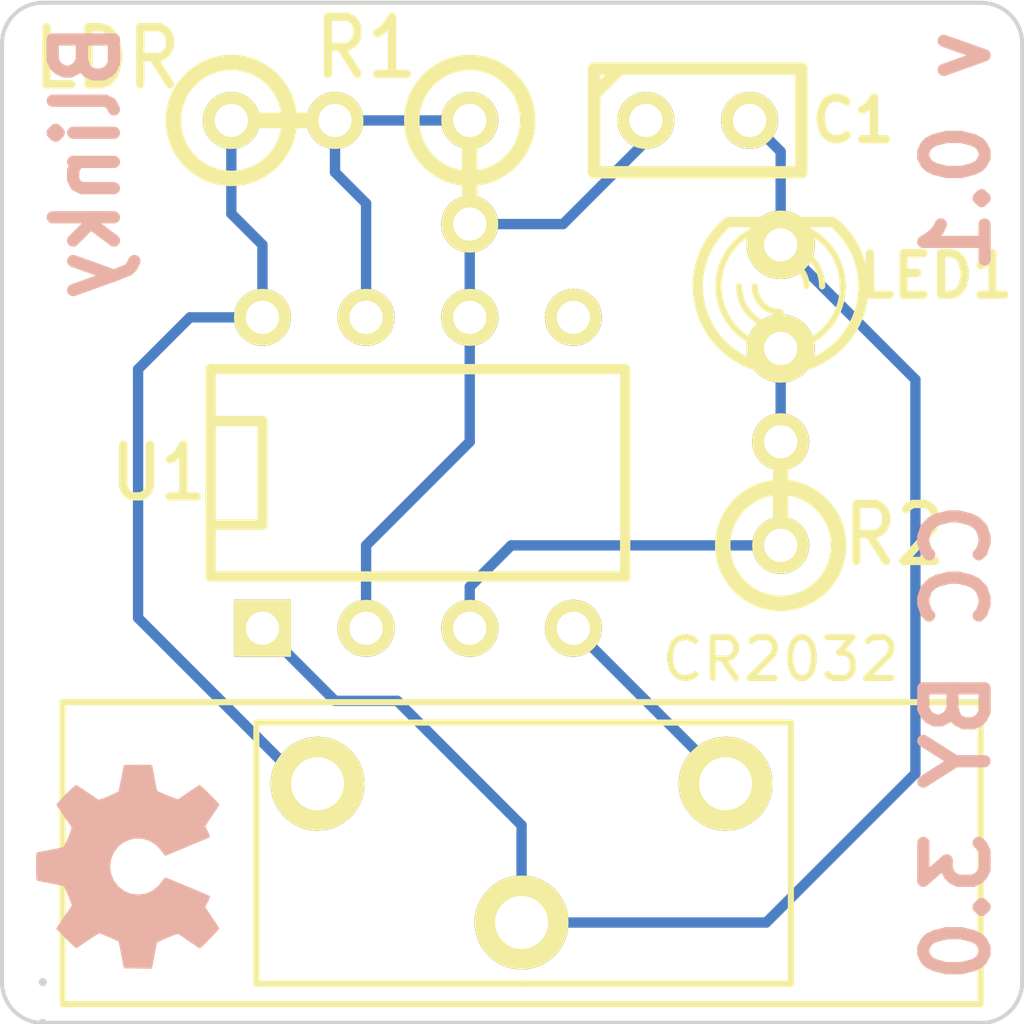
<source format=kicad_pcb>
(kicad_pcb (version 3) (host pcbnew "(2013-05-31 BZR 4019)-stable")

  (general
    (links 14)
    (no_connects 1)
    (area 127.556857 84.7344 156.014286 110.050001)
    (thickness 1.6)
    (drawings 13)
    (tracks 35)
    (zones 0)
    (modules 8)
    (nets 7)
  )

  (page A4)
  (layers
    (15 F.Cu signal)
    (0 B.Cu signal)
    (16 B.Adhes user)
    (17 F.Adhes user)
    (18 B.Paste user)
    (19 F.Paste user)
    (20 B.SilkS user)
    (21 F.SilkS user)
    (22 B.Mask user)
    (23 F.Mask user)
    (24 Dwgs.User user)
    (25 Cmts.User user)
    (26 Eco1.User user)
    (27 Eco2.User user)
    (28 Edge.Cuts user)
  )

  (setup
    (last_trace_width 0.254)
    (trace_clearance 0.254)
    (zone_clearance 0.508)
    (zone_45_only no)
    (trace_min 0.254)
    (segment_width 0.2)
    (edge_width 0.1)
    (via_size 0.889)
    (via_drill 0.635)
    (via_min_size 0.889)
    (via_min_drill 0.508)
    (uvia_size 0.508)
    (uvia_drill 0.127)
    (uvias_allowed no)
    (uvia_min_size 0.508)
    (uvia_min_drill 0.127)
    (pcb_text_width 0.3)
    (pcb_text_size 1.5 1.5)
    (mod_edge_width 0.15)
    (mod_text_size 1 1)
    (mod_text_width 0.15)
    (pad_size 2.3 2.3)
    (pad_drill 1.3)
    (pad_to_mask_clearance 0)
    (aux_axis_origin 0 0)
    (visible_elements 7FFFFFFF)
    (pcbplotparams
      (layerselection 284196865)
      (usegerberextensions true)
      (excludeedgelayer true)
      (linewidth 0.150000)
      (plotframeref false)
      (viasonmask false)
      (mode 1)
      (useauxorigin false)
      (hpglpennumber 1)
      (hpglpenspeed 20)
      (hpglpendiameter 15)
      (hpglpenoverlay 2)
      (psnegative false)
      (psa4output false)
      (plotreference true)
      (plotvalue true)
      (plotothertext true)
      (plotinvisibletext false)
      (padsonsilk false)
      (subtractmaskfromsilk false)
      (outputformat 1)
      (mirror false)
      (drillshape 0)
      (scaleselection 1)
      (outputdirectory Gerbers/))
  )

  (net 0 "")
  (net 1 GND)
  (net 2 N-000002)
  (net 3 N-000004)
  (net 4 N-000006)
  (net 5 N-000007)
  (net 6 VCC)

  (net_class Default "This is the default net class."
    (clearance 0.254)
    (trace_width 0.254)
    (via_dia 0.889)
    (via_drill 0.635)
    (uvia_dia 0.508)
    (uvia_drill 0.127)
    (add_net "")
    (add_net GND)
    (add_net N-000002)
    (add_net N-000004)
    (add_net N-000006)
    (add_net N-000007)
    (add_net VCC)
  )

  (module OSHW_LOGO (layer B.Cu) (tedit 0) (tstamp 525E7C8C)
    (at 132.08 106.172 90)
    (fp_text reference G*** (at 0 -2.65176 90) (layer B.SilkS) hide
      (effects (font (size 0.22606 0.22606) (thickness 0.04318)) (justify mirror))
    )
    (fp_text value LOGO (at 0 2.65176 90) (layer B.SilkS) hide
      (effects (font (size 0.22606 0.22606) (thickness 0.04318)) (justify mirror))
    )
    (fp_poly (pts (xy -1.51384 2.24536) (xy -1.48844 2.23012) (xy -1.43002 2.19456) (xy -1.3462 2.13868)
      (xy -1.24714 2.07264) (xy -1.14808 2.0066) (xy -1.0668 1.95326) (xy -1.01092 1.91516)
      (xy -0.98552 1.90246) (xy -0.97282 1.90754) (xy -0.9271 1.9304) (xy -0.85852 1.96596)
      (xy -0.81788 1.98628) (xy -0.75692 2.01168) (xy -0.7239 2.0193) (xy -0.71882 2.00914)
      (xy -0.69596 1.96088) (xy -0.6604 1.8796) (xy -0.61468 1.77038) (xy -0.5588 1.64338)
      (xy -0.50292 1.50876) (xy -0.4445 1.36906) (xy -0.38862 1.23444) (xy -0.34036 1.11506)
      (xy -0.29972 1.01854) (xy -0.27432 0.94996) (xy -0.26416 0.92202) (xy -0.2667 0.9144)
      (xy -0.29972 0.88392) (xy -0.35306 0.84328) (xy -0.47244 0.74676) (xy -0.58928 0.60198)
      (xy -0.6604 0.43688) (xy -0.68326 0.25146) (xy -0.66294 0.08128) (xy -0.5969 -0.08128)
      (xy -0.4826 -0.2286) (xy -0.3429 -0.33782) (xy -0.18034 -0.4064) (xy 0 -0.42926)
      (xy 0.17272 -0.40894) (xy 0.34036 -0.3429) (xy 0.48768 -0.23114) (xy 0.55118 -0.16002)
      (xy 0.63754 -0.01016) (xy 0.6858 0.14732) (xy 0.69088 0.18796) (xy 0.68326 0.36322)
      (xy 0.63246 0.5334) (xy 0.53848 0.68326) (xy 0.40894 0.80772) (xy 0.3937 0.81788)
      (xy 0.33528 0.8636) (xy 0.29464 0.89408) (xy 0.26416 0.91948) (xy 0.48768 1.45796)
      (xy 0.52324 1.54178) (xy 0.5842 1.6891) (xy 0.63754 1.8161) (xy 0.68072 1.9177)
      (xy 0.7112 1.98374) (xy 0.7239 2.01168) (xy 0.7239 2.01422) (xy 0.74422 2.01676)
      (xy 0.78486 2.00152) (xy 0.86106 1.96596) (xy 0.90932 1.94056) (xy 0.96774 1.91262)
      (xy 0.99314 1.90246) (xy 1.016 1.91516) (xy 1.06934 1.95072) (xy 1.15062 2.00406)
      (xy 1.24714 2.06756) (xy 1.33858 2.13106) (xy 1.4224 2.18694) (xy 1.48336 2.22504)
      (xy 1.51384 2.24282) (xy 1.51892 2.24282) (xy 1.54432 2.22758) (xy 1.59258 2.18694)
      (xy 1.66624 2.11836) (xy 1.77038 2.01422) (xy 1.78562 1.99898) (xy 1.87198 1.91262)
      (xy 1.94056 1.83896) (xy 1.98628 1.78816) (xy 2.00406 1.7653) (xy 2.00406 1.7653)
      (xy 1.98882 1.73482) (xy 1.95072 1.67386) (xy 1.89484 1.5875) (xy 1.82626 1.48844)
      (xy 1.64846 1.22936) (xy 1.74498 0.98552) (xy 1.77546 0.90932) (xy 1.81356 0.82042)
      (xy 1.8415 0.75438) (xy 1.85674 0.72644) (xy 1.88214 0.71628) (xy 1.95072 0.70104)
      (xy 2.04724 0.68072) (xy 2.16154 0.6604) (xy 2.2733 0.64008) (xy 2.37236 0.61976)
      (xy 2.44348 0.60706) (xy 2.4765 0.59944) (xy 2.48412 0.59436) (xy 2.49174 0.57912)
      (xy 2.49428 0.5461) (xy 2.49682 0.48514) (xy 2.49936 0.39116) (xy 2.49936 0.25146)
      (xy 2.49936 0.23622) (xy 2.49682 0.10668) (xy 2.49428 0) (xy 2.49174 -0.06604)
      (xy 2.48666 -0.09398) (xy 2.48666 -0.09398) (xy 2.45618 -0.1016) (xy 2.38506 -0.11684)
      (xy 2.286 -0.13462) (xy 2.16662 -0.15748) (xy 2.159 -0.16002) (xy 2.04216 -0.18288)
      (xy 1.9431 -0.2032) (xy 1.87198 -0.21844) (xy 1.84404 -0.2286) (xy 1.83642 -0.23622)
      (xy 1.81356 -0.28194) (xy 1.78054 -0.3556) (xy 1.7399 -0.4445) (xy 1.7018 -0.53848)
      (xy 1.66878 -0.6223) (xy 1.64592 -0.68326) (xy 1.6383 -0.7112) (xy 1.64084 -0.71374)
      (xy 1.65862 -0.74168) (xy 1.69926 -0.80264) (xy 1.75514 -0.88646) (xy 1.82372 -0.98806)
      (xy 1.8288 -0.99568) (xy 1.89738 -1.09474) (xy 1.95326 -1.1811) (xy 1.98882 -1.23952)
      (xy 2.00406 -1.26746) (xy 2.00406 -1.27) (xy 1.9812 -1.30048) (xy 1.9304 -1.35636)
      (xy 1.85674 -1.43256) (xy 1.77038 -1.52146) (xy 1.74244 -1.54686) (xy 1.64338 -1.64338)
      (xy 1.57734 -1.70434) (xy 1.53416 -1.73736) (xy 1.51384 -1.74498) (xy 1.51384 -1.74498)
      (xy 1.48336 -1.7272) (xy 1.41986 -1.68656) (xy 1.33604 -1.62814) (xy 1.23444 -1.55956)
      (xy 1.22682 -1.55448) (xy 1.12776 -1.4859) (xy 1.04394 -1.43002) (xy 0.98552 -1.38938)
      (xy 0.95758 -1.37414) (xy 0.95504 -1.37414) (xy 0.9144 -1.38684) (xy 0.84328 -1.41224)
      (xy 0.75438 -1.44526) (xy 0.66294 -1.48336) (xy 0.57912 -1.51892) (xy 0.51562 -1.54686)
      (xy 0.48514 -1.56464) (xy 0.48514 -1.56464) (xy 0.47498 -1.6002) (xy 0.4572 -1.6764)
      (xy 0.43688 -1.778) (xy 0.41148 -1.89992) (xy 0.40894 -1.92024) (xy 0.38608 -2.03962)
      (xy 0.3683 -2.13868) (xy 0.35306 -2.20726) (xy 0.34544 -2.2352) (xy 0.3302 -2.23774)
      (xy 0.27178 -2.24282) (xy 0.18288 -2.24536) (xy 0.07366 -2.24536) (xy -0.0381 -2.24536)
      (xy -0.14732 -2.24282) (xy -0.2413 -2.24028) (xy -0.30988 -2.2352) (xy -0.33782 -2.23012)
      (xy -0.33782 -2.22758) (xy -0.34798 -2.18948) (xy -0.36576 -2.11582) (xy -0.38608 -2.01168)
      (xy -0.40894 -1.88976) (xy -0.41402 -1.8669) (xy -0.43688 -1.75006) (xy -0.4572 -1.651)
      (xy -0.4699 -1.58496) (xy -0.47752 -1.55702) (xy -0.49022 -1.55194) (xy -0.53848 -1.53162)
      (xy -0.61722 -1.4986) (xy -0.71628 -1.45796) (xy -0.94488 -1.36652) (xy -1.22682 -1.55702)
      (xy -1.25222 -1.5748) (xy -1.35382 -1.64338) (xy -1.4351 -1.69926) (xy -1.49352 -1.73736)
      (xy -1.51638 -1.75006) (xy -1.51892 -1.75006) (xy -1.54686 -1.72466) (xy -1.60274 -1.67132)
      (xy -1.67894 -1.59766) (xy -1.76784 -1.5113) (xy -1.83134 -1.44526) (xy -1.91008 -1.36652)
      (xy -1.95834 -1.31318) (xy -1.98628 -1.28016) (xy -1.9939 -1.25984) (xy -1.99136 -1.2446)
      (xy -1.97358 -1.21666) (xy -1.93294 -1.1557) (xy -1.87452 -1.06934) (xy -1.80594 -0.97028)
      (xy -1.75006 -0.88646) (xy -1.6891 -0.79248) (xy -1.651 -0.72644) (xy -1.63576 -0.69342)
      (xy -1.64084 -0.68072) (xy -1.65862 -0.62484) (xy -1.69418 -0.54102) (xy -1.73482 -0.44196)
      (xy -1.83388 -0.22098) (xy -1.97866 -0.19304) (xy -2.06756 -0.17526) (xy -2.18948 -0.1524)
      (xy -2.30886 -0.12954) (xy -2.49174 -0.09398) (xy -2.49936 0.58166) (xy -2.47142 0.59436)
      (xy -2.44348 0.60198) (xy -2.3749 0.61722) (xy -2.27838 0.63754) (xy -2.16154 0.65786)
      (xy -2.06502 0.67564) (xy -1.96596 0.69596) (xy -1.89484 0.70866) (xy -1.86436 0.71628)
      (xy -1.8542 0.72644) (xy -1.83134 0.7747) (xy -1.79578 0.8509) (xy -1.75514 0.94234)
      (xy -1.71704 1.03632) (xy -1.68148 1.12522) (xy -1.65862 1.19126) (xy -1.64846 1.22428)
      (xy -1.66116 1.25222) (xy -1.69926 1.31064) (xy -1.7526 1.39192) (xy -1.82118 1.49098)
      (xy -1.88722 1.5875) (xy -1.94564 1.67132) (xy -1.98374 1.73228) (xy -2.00152 1.76022)
      (xy -1.99136 1.778) (xy -1.95326 1.82626) (xy -1.8796 1.90246) (xy -1.76784 2.01168)
      (xy -1.75006 2.02946) (xy -1.6637 2.11328) (xy -1.59004 2.18186) (xy -1.5367 2.22758)
      (xy -1.51384 2.24536)) (layer B.SilkS) (width 0.00254))
  )

  (module R1 (layer F.Cu) (tedit 525A9387) (tstamp 525A8C29)
    (at 140.462 89.154 270)
    (descr "Resistance verticale")
    (tags R)
    (path /524BDBFF)
    (autoplace_cost90 10)
    (autoplace_cost180 10)
    (fp_text reference R1 (at -3.048 2.54 360) (layer F.SilkS)
      (effects (font (size 1.397 1.27) (thickness 0.2032)))
    )
    (fp_text value 470K (at -1.143 2.54 270) (layer F.SilkS) hide
      (effects (font (size 1.397 1.27) (thickness 0.2032)))
    )
    (fp_line (start -1.27 0) (end 1.27 0) (layer F.SilkS) (width 0.381))
    (fp_circle (center -1.27 0) (end -0.635 1.27) (layer F.SilkS) (width 0.381))
    (pad 1 thru_hole circle (at -1.27 0 270) (size 1.397 1.397) (drill 0.8128)
      (layers *.Cu *.Mask F.SilkS)
      (net 4 N-000006)
    )
    (pad 2 thru_hole circle (at 1.27 0 270) (size 1.397 1.397) (drill 0.8128)
      (layers *.Cu *.Mask F.SilkS)
      (net 2 N-000002)
    )
    (model discret/verti_resistor.wrl
      (at (xyz 0 0 0))
      (scale (xyz 1 1 1))
      (rotate (xyz 0 0 0))
    )
  )

  (module R1 (layer F.Cu) (tedit 525A958E) (tstamp 525A8C31)
    (at 135.89 87.884)
    (descr "Resistance verticale")
    (tags R)
    (path /524BDC5C)
    (autoplace_cost90 10)
    (autoplace_cost180 10)
    (fp_text reference LDR (at -4.318 -1.524) (layer F.SilkS)
      (effects (font (size 1.397 1.27) (thickness 0.2032)))
    )
    (fp_text value VR (at -1.143 2.54) (layer F.SilkS) hide
      (effects (font (size 1.397 1.27) (thickness 0.2032)))
    )
    (fp_line (start -1.27 0) (end 1.27 0) (layer F.SilkS) (width 0.381))
    (fp_circle (center -1.27 0) (end -0.635 1.27) (layer F.SilkS) (width 0.381))
    (pad 1 thru_hole circle (at -1.27 0) (size 1.397 1.397) (drill 0.8128)
      (layers *.Cu *.Mask F.SilkS)
      (net 6 VCC)
    )
    (pad 2 thru_hole circle (at 1.27 0) (size 1.397 1.397) (drill 0.8128)
      (layers *.Cu *.Mask F.SilkS)
      (net 4 N-000006)
    )
    (model discret/verti_resistor.wrl
      (at (xyz 0 0 0))
      (scale (xyz 1 1 1))
      (rotate (xyz 0 0 0))
    )
  )

  (module R1 (layer F.Cu) (tedit 525A939D) (tstamp 525A8C39)
    (at 148.082 97.028 90)
    (descr "Resistance verticale")
    (tags R)
    (path /524C142A)
    (autoplace_cost90 10)
    (autoplace_cost180 10)
    (fp_text reference R2 (at -1.016 2.794 180) (layer F.SilkS)
      (effects (font (size 1.397 1.27) (thickness 0.2032)))
    )
    (fp_text value 1K (at -1.143 2.54 90) (layer F.SilkS) hide
      (effects (font (size 1.397 1.27) (thickness 0.2032)))
    )
    (fp_line (start -1.27 0) (end 1.27 0) (layer F.SilkS) (width 0.381))
    (fp_circle (center -1.27 0) (end -0.635 1.27) (layer F.SilkS) (width 0.381))
    (pad 1 thru_hole circle (at -1.27 0 90) (size 1.397 1.397) (drill 0.8128)
      (layers *.Cu *.Mask F.SilkS)
      (net 3 N-000004)
    )
    (pad 2 thru_hole circle (at 1.27 0 90) (size 1.397 1.397) (drill 0.8128)
      (layers *.Cu *.Mask F.SilkS)
      (net 5 N-000007)
    )
    (model discret/verti_resistor.wrl
      (at (xyz 0 0 0))
      (scale (xyz 1 1 1))
      (rotate (xyz 0 0 0))
    )
  )

  (module LED-3MM (layer F.Cu) (tedit 525A969D) (tstamp 525A8C52)
    (at 148.082 92.202 90)
    (descr "LED 3mm - Lead pitch 100mil (2,54mm)")
    (tags "LED led 3mm 3MM 100mil 2,54mm")
    (path /524C1432)
    (fp_text reference LED1 (at 0.508 3.81 180) (layer F.SilkS)
      (effects (font (size 1.016 1.016) (thickness 0.2032)))
    )
    (fp_text value LED (at 0 2.54 90) (layer F.SilkS) hide
      (effects (font (size 0.762 0.762) (thickness 0.0889)))
    )
    (fp_line (start 1.8288 1.27) (end 1.8288 -1.27) (layer F.SilkS) (width 0.254))
    (fp_arc (start 0.254 0) (end -1.27 0) (angle 39.8) (layer F.SilkS) (width 0.1524))
    (fp_arc (start 0.254 0) (end -0.88392 1.01092) (angle 41.6) (layer F.SilkS) (width 0.1524))
    (fp_arc (start 0.254 0) (end 1.4097 -0.9906) (angle 40.6) (layer F.SilkS) (width 0.1524))
    (fp_arc (start 0.254 0) (end 1.778 0) (angle 39.8) (layer F.SilkS) (width 0.1524))
    (fp_arc (start 0.254 0) (end 0.254 -1.524) (angle 54.4) (layer F.SilkS) (width 0.1524))
    (fp_arc (start 0.254 0) (end -0.9652 -0.9144) (angle 53.1) (layer F.SilkS) (width 0.1524))
    (fp_arc (start 0.254 0) (end 1.45542 0.93472) (angle 52.1) (layer F.SilkS) (width 0.1524))
    (fp_arc (start 0.254 0) (end 0.254 1.524) (angle 52.1) (layer F.SilkS) (width 0.1524))
    (fp_arc (start 0.254 0) (end -0.381 0) (angle 90) (layer F.SilkS) (width 0.1524))
    (fp_arc (start 0.254 0) (end -0.762 0) (angle 90) (layer F.SilkS) (width 0.1524))
    (fp_arc (start 0.254 0) (end 0.889 0) (angle 90) (layer F.SilkS) (width 0.1524))
    (fp_arc (start 0.254 0) (end 1.27 0) (angle 90) (layer F.SilkS) (width 0.1524))
    (fp_arc (start 0.254 0) (end 0.254 -2.032) (angle 50.1) (layer F.SilkS) (width 0.254))
    (fp_arc (start 0.254 0) (end -1.5367 -0.95504) (angle 61.9) (layer F.SilkS) (width 0.254))
    (fp_arc (start 0.254 0) (end 1.8034 1.31064) (angle 49.7) (layer F.SilkS) (width 0.254))
    (fp_arc (start 0.254 0) (end 0.254 2.032) (angle 60.2) (layer F.SilkS) (width 0.254))
    (fp_arc (start 0.254 0) (end -1.778 0) (angle 28.3) (layer F.SilkS) (width 0.254))
    (fp_arc (start 0.254 0) (end -1.47574 1.06426) (angle 31.6) (layer F.SilkS) (width 0.254))
    (pad 1 thru_hole circle (at -1.27 0 90) (size 1.6764 1.6764) (drill 0.8128)
      (layers *.Cu *.Mask F.SilkS)
      (net 5 N-000007)
    )
    (pad 2 thru_hole circle (at 1.27 0 90) (size 1.6764 1.6764) (drill 0.8128)
      (layers *.Cu *.Mask F.SilkS)
      (net 1 GND)
    )
    (model discret/leds/led3_vertical_verde.wrl
      (at (xyz 0 0 0))
      (scale (xyz 1 1 1))
      (rotate (xyz 0 0 0))
    )
  )

  (module DIP-8__300 (layer F.Cu) (tedit 525A93CC) (tstamp 525A8C65)
    (at 139.192 96.52)
    (descr "8 pins DIL package, round pads")
    (tags DIL)
    (path /524C138C)
    (fp_text reference U1 (at -6.35 0) (layer F.SilkS)
      (effects (font (size 1.27 1.143) (thickness 0.2032)))
    )
    (fp_text value 7555 (at 0 0) (layer F.SilkS) hide
      (effects (font (size 1.27 1.016) (thickness 0.2032)))
    )
    (fp_line (start -5.08 -1.27) (end -3.81 -1.27) (layer F.SilkS) (width 0.254))
    (fp_line (start -3.81 -1.27) (end -3.81 1.27) (layer F.SilkS) (width 0.254))
    (fp_line (start -3.81 1.27) (end -5.08 1.27) (layer F.SilkS) (width 0.254))
    (fp_line (start -5.08 -2.54) (end 5.08 -2.54) (layer F.SilkS) (width 0.254))
    (fp_line (start 5.08 -2.54) (end 5.08 2.54) (layer F.SilkS) (width 0.254))
    (fp_line (start 5.08 2.54) (end -5.08 2.54) (layer F.SilkS) (width 0.254))
    (fp_line (start -5.08 2.54) (end -5.08 -2.54) (layer F.SilkS) (width 0.254))
    (pad 1 thru_hole rect (at -3.81 3.81) (size 1.397 1.397) (drill 0.8128)
      (layers *.Cu *.Mask F.SilkS)
      (net 1 GND)
    )
    (pad 2 thru_hole circle (at -1.27 3.81) (size 1.397 1.397) (drill 0.8128)
      (layers *.Cu *.Mask F.SilkS)
      (net 2 N-000002)
    )
    (pad 3 thru_hole circle (at 1.27 3.81) (size 1.397 1.397) (drill 0.8128)
      (layers *.Cu *.Mask F.SilkS)
      (net 3 N-000004)
    )
    (pad 4 thru_hole circle (at 3.81 3.81) (size 1.397 1.397) (drill 0.8128)
      (layers *.Cu *.Mask F.SilkS)
      (net 6 VCC)
    )
    (pad 5 thru_hole circle (at 3.81 -3.81) (size 1.397 1.397) (drill 0.8128)
      (layers *.Cu *.Mask F.SilkS)
    )
    (pad 6 thru_hole circle (at 1.27 -3.81) (size 1.397 1.397) (drill 0.8128)
      (layers *.Cu *.Mask F.SilkS)
      (net 2 N-000002)
    )
    (pad 7 thru_hole circle (at -1.27 -3.81) (size 1.397 1.397) (drill 0.8128)
      (layers *.Cu *.Mask F.SilkS)
      (net 4 N-000006)
    )
    (pad 8 thru_hole circle (at -3.81 -3.81) (size 1.397 1.397) (drill 0.8128)
      (layers *.Cu *.Mask F.SilkS)
      (net 6 VCC)
    )
    (model dil/dil_8.wrl
      (at (xyz 0 0 0))
      (scale (xyz 1 1 1))
      (rotate (xyz 0 0 0))
    )
  )

  (module C1 (layer F.Cu) (tedit 525A9679) (tstamp 525A8C80)
    (at 146.05 87.884)
    (descr "Condensateur e = 1 pas")
    (tags C)
    (path /524BDC0E)
    (fp_text reference C1 (at 3.81 0) (layer F.SilkS)
      (effects (font (size 1.016 1.016) (thickness 0.2032)))
    )
    (fp_text value 1uF (at 0 -2.286) (layer F.SilkS) hide
      (effects (font (size 1.016 1.016) (thickness 0.2032)))
    )
    (fp_line (start -2.4892 -1.27) (end 2.54 -1.27) (layer F.SilkS) (width 0.3048))
    (fp_line (start 2.54 -1.27) (end 2.54 1.27) (layer F.SilkS) (width 0.3048))
    (fp_line (start 2.54 1.27) (end -2.54 1.27) (layer F.SilkS) (width 0.3048))
    (fp_line (start -2.54 1.27) (end -2.54 -1.27) (layer F.SilkS) (width 0.3048))
    (fp_line (start -2.54 -0.635) (end -1.905 -1.27) (layer F.SilkS) (width 0.3048))
    (pad 1 thru_hole circle (at -1.27 0) (size 1.397 1.397) (drill 0.8128)
      (layers *.Cu *.Mask F.SilkS)
      (net 2 N-000002)
    )
    (pad 2 thru_hole circle (at 1.27 0) (size 1.397 1.397) (drill 0.8128)
      (layers *.Cu *.Mask F.SilkS)
      (net 1 GND)
    )
    (model discret/capa_1_pas.wrl
      (at (xyz 0 0 0))
      (scale (xyz 1 1 1))
      (rotate (xyz 0 0 0))
    )
  )

  (module CR2032-Vert-DIP (layer F.Cu) (tedit 525AA043) (tstamp 525AA06C)
    (at 141.732 104.14 180)
    (path /524C16D3)
    (fp_text reference BT1 (at 0 3.55 180) (layer F.SilkS) hide
      (effects (font (size 1 1) (thickness 0.15)))
    )
    (fp_text value CR2032 (at -6.35 3.048 180) (layer F.SilkS)
      (effects (font (size 1 1) (thickness 0.15)))
    )
    (fp_line (start -11.25 -5.4) (end 11.25 -5.4) (layer F.SilkS) (width 0.15))
    (fp_line (start 11.25 -5.4) (end 11.25 2) (layer F.SilkS) (width 0.15))
    (fp_line (start 11.25 2) (end -11.25 2) (layer F.SilkS) (width 0.15))
    (fp_line (start -11.25 2) (end -11.25 -5.4) (layer F.SilkS) (width 0.15))
    (fp_line (start 0 -4.9) (end -6.6 -4.9) (layer F.SilkS) (width 0.15))
    (fp_line (start -6.6 -4.9) (end -6.6 1.5) (layer F.SilkS) (width 0.15))
    (fp_line (start -6.6 1.5) (end 6.5 1.5) (layer F.SilkS) (width 0.15))
    (fp_line (start 6.5 1.5) (end 6.5 -4.9) (layer F.SilkS) (width 0.15))
    (fp_line (start 6.5 -4.9) (end 0 -4.9) (layer F.SilkS) (width 0.15))
    (pad 1 thru_hole circle (at 5 0 180) (size 2.3 2.3) (drill 1.3)
      (layers *.Cu *.Mask F.SilkS)
      (net 6 VCC)
    )
    (pad 2 thru_hole circle (at 0 -3.4 180) (size 2.3 2.3) (drill 1.3)
      (layers *.Cu *.Mask F.SilkS)
      (net 1 GND)
    )
    (pad 1 thru_hole circle (at -5 0 180) (size 2.3 2.3) (drill 1.3)
      (layers *.Cu *.Mask F.SilkS)
      (net 6 VCC)
    )
  )

  (gr_text "CC BY 3.0" (at 152.4 103.124 90) (layer B.SilkS)
    (effects (font (size 1.5 1.5) (thickness 0.3)) (justify mirror))
  )
  (gr_arc (start 130 109) (end 130 110) (angle 90) (layer Edge.Cuts) (width 0.1))
  (gr_arc (start 130 109) (end 130 109) (angle 90) (layer Edge.Cuts) (width 0.1))
  (gr_arc (start 130 110) (end 130 110) (angle 90) (layer Edge.Cuts) (width 0.1) (tstamp 525A9B24))
  (gr_arc (start 153 109) (end 154 109) (angle 90) (layer Edge.Cuts) (width 0.1))
  (gr_arc (start 153 86) (end 153 85) (angle 90) (layer Edge.Cuts) (width 0.1))
  (gr_arc (start 130 86) (end 129 86) (angle 90) (layer Edge.Cuts) (width 0.1))
  (gr_text "v 0.1" (at 152.4 88.646 90) (layer B.SilkS)
    (effects (font (size 1.5 1.5) (thickness 0.3)) (justify mirror))
  )
  (gr_text Blinky (at 131.064 88.9 90) (layer B.SilkS)
    (effects (font (size 1.5 1.5) (thickness 0.3)) (justify mirror))
  )
  (gr_line (start 129 86) (end 129 109) (angle 90) (layer Edge.Cuts) (width 0.1))
  (gr_line (start 153 110) (end 130 110) (angle 90) (layer Edge.Cuts) (width 0.1))
  (gr_line (start 154 86) (end 154 109) (angle 90) (layer Edge.Cuts) (width 0.1))
  (gr_line (start 130 85) (end 153 85) (angle 90) (layer Edge.Cuts) (width 0.1))

  (segment (start 141.732 107.54) (end 147.73 107.54) (width 0.254) (layer B.Cu) (net 1))
  (segment (start 151.384 94.234) (end 148.082 90.932) (width 0.254) (layer B.Cu) (net 1) (tstamp 525AA0B9))
  (segment (start 151.384 103.886) (end 151.384 94.234) (width 0.254) (layer B.Cu) (net 1) (tstamp 525AA0B7))
  (segment (start 147.73 107.54) (end 151.384 103.886) (width 0.254) (layer B.Cu) (net 1) (tstamp 525AA0B5))
  (segment (start 141.732 107.54) (end 141.732 105.156) (width 0.254) (layer B.Cu) (net 1))
  (segment (start 137.16 102.108) (end 135.382 100.33) (width 0.254) (layer B.Cu) (net 1) (tstamp 525AA0A3))
  (segment (start 138.684 102.108) (end 137.16 102.108) (width 0.254) (layer B.Cu) (net 1) (tstamp 525AA0A1))
  (segment (start 141.732 105.156) (end 138.684 102.108) (width 0.254) (layer B.Cu) (net 1) (tstamp 525AA09F))
  (segment (start 148.082 90.932) (end 148.082 88.646) (width 0.254) (layer B.Cu) (net 1))
  (segment (start 148.082 88.646) (end 147.32 87.884) (width 0.254) (layer B.Cu) (net 1) (tstamp 525A9267))
  (segment (start 140.462 90.424) (end 142.748 90.424) (width 0.254) (layer B.Cu) (net 2))
  (segment (start 144.78 88.392) (end 144.78 87.884) (width 0.254) (layer B.Cu) (net 2) (tstamp 525A91F8))
  (segment (start 142.748 90.424) (end 144.78 88.392) (width 0.254) (layer B.Cu) (net 2) (tstamp 525A91F7))
  (segment (start 140.462 90.424) (end 140.462 92.71) (width 0.254) (layer B.Cu) (net 2))
  (segment (start 137.922 100.33) (end 137.922 98.298) (width 0.254) (layer B.Cu) (net 2))
  (segment (start 140.462 95.758) (end 140.462 92.71) (width 0.254) (layer B.Cu) (net 2) (tstamp 525A91DD))
  (segment (start 137.922 98.298) (end 140.462 95.758) (width 0.254) (layer B.Cu) (net 2) (tstamp 525A91DB))
  (segment (start 140.462 100.33) (end 140.462 99.314) (width 0.254) (layer B.Cu) (net 3))
  (segment (start 141.478 98.298) (end 148.082 98.298) (width 0.254) (layer B.Cu) (net 3) (tstamp 525A91D7))
  (segment (start 140.462 99.314) (end 141.478 98.298) (width 0.254) (layer B.Cu) (net 3) (tstamp 525A91D5))
  (segment (start 137.16 87.884) (end 137.16 89.154) (width 0.254) (layer B.Cu) (net 4))
  (segment (start 137.922 89.916) (end 137.922 92.71) (width 0.254) (layer B.Cu) (net 4) (tstamp 525A91FE))
  (segment (start 137.16 89.154) (end 137.922 89.916) (width 0.254) (layer B.Cu) (net 4) (tstamp 525A91FD))
  (segment (start 140.462 87.884) (end 137.16 87.884) (width 0.254) (layer B.Cu) (net 4))
  (segment (start 148.082 93.472) (end 148.082 95.758) (width 0.254) (layer B.Cu) (net 5))
  (segment (start 136.732 104.14) (end 136.398 104.14) (width 0.254) (layer B.Cu) (net 6))
  (segment (start 133.604 92.71) (end 135.382 92.71) (width 0.254) (layer B.Cu) (net 6) (tstamp 525AA0B0))
  (segment (start 132.334 93.98) (end 133.604 92.71) (width 0.254) (layer B.Cu) (net 6) (tstamp 525AA0AE))
  (segment (start 132.334 100.076) (end 132.334 93.98) (width 0.254) (layer B.Cu) (net 6) (tstamp 525AA0AC))
  (segment (start 136.398 104.14) (end 132.334 100.076) (width 0.254) (layer B.Cu) (net 6) (tstamp 525AA0AB))
  (segment (start 146.732 104.14) (end 146.732 104.06) (width 0.254) (layer B.Cu) (net 6))
  (segment (start 146.732 104.06) (end 143.002 100.33) (width 0.254) (layer B.Cu) (net 6) (tstamp 525AA0A8))
  (segment (start 135.382 92.71) (end 135.382 90.932) (width 0.254) (layer B.Cu) (net 6))
  (segment (start 134.62 90.17) (end 134.62 87.884) (width 0.254) (layer B.Cu) (net 6) (tstamp 525A91E2))
  (segment (start 135.382 90.932) (end 134.62 90.17) (width 0.254) (layer B.Cu) (net 6) (tstamp 525A91E1))

)

</source>
